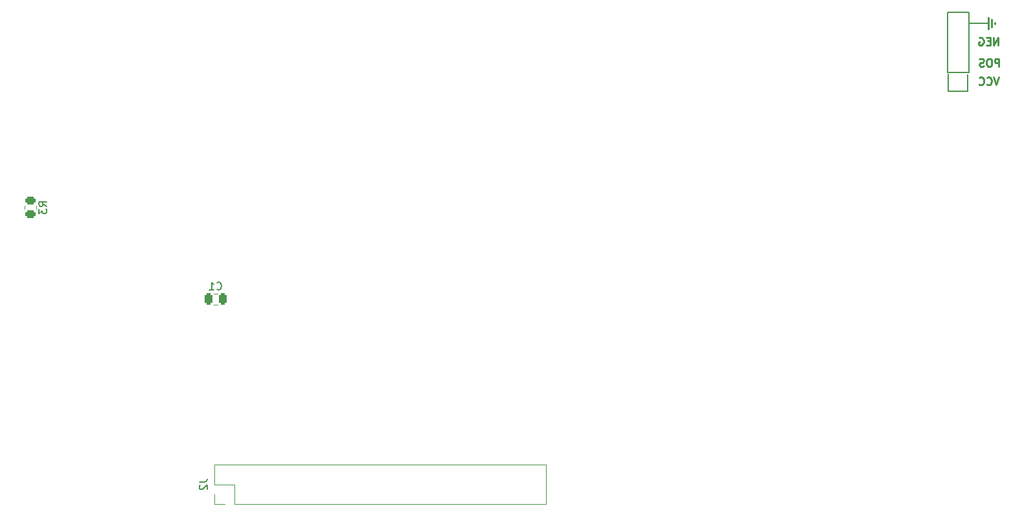
<source format=gbo>
G04 #@! TF.GenerationSoftware,KiCad,Pcbnew,(6.0.2)*
G04 #@! TF.CreationDate,2022-08-07T22:21:35-07:00*
G04 #@! TF.ProjectId,LightDrumInterface,4c696768-7444-4727-956d-496e74657266,rev?*
G04 #@! TF.SameCoordinates,Original*
G04 #@! TF.FileFunction,Legend,Bot*
G04 #@! TF.FilePolarity,Positive*
%FSLAX46Y46*%
G04 Gerber Fmt 4.6, Leading zero omitted, Abs format (unit mm)*
G04 Created by KiCad (PCBNEW (6.0.2)) date 2022-08-07 22:21:35*
%MOMM*%
%LPD*%
G01*
G04 APERTURE LIST*
G04 Aperture macros list*
%AMRoundRect*
0 Rectangle with rounded corners*
0 $1 Rounding radius*
0 $2 $3 $4 $5 $6 $7 $8 $9 X,Y pos of 4 corners*
0 Add a 4 corners polygon primitive as box body*
4,1,4,$2,$3,$4,$5,$6,$7,$8,$9,$2,$3,0*
0 Add four circle primitives for the rounded corners*
1,1,$1+$1,$2,$3*
1,1,$1+$1,$4,$5*
1,1,$1+$1,$6,$7*
1,1,$1+$1,$8,$9*
0 Add four rect primitives between the rounded corners*
20,1,$1+$1,$2,$3,$4,$5,0*
20,1,$1+$1,$4,$5,$6,$7,0*
20,1,$1+$1,$6,$7,$8,$9,0*
20,1,$1+$1,$8,$9,$2,$3,0*%
G04 Aperture macros list end*
%ADD10C,0.150000*%
%ADD11C,0.250000*%
%ADD12C,0.200000*%
%ADD13C,0.120000*%
%ADD14C,2.200000*%
%ADD15C,5.000000*%
%ADD16R,2.032000X2.032000*%
%ADD17C,2.032000*%
%ADD18C,1.850000*%
%ADD19R,1.600000X1.600000*%
%ADD20O,1.600000X1.600000*%
%ADD21R,1.700000X1.700000*%
%ADD22O,1.700000X1.700000*%
%ADD23O,3.000000X2.700000*%
%ADD24C,1.800000*%
%ADD25C,3.000000*%
%ADD26R,1.800000X2.600000*%
%ADD27O,1.800000X2.600000*%
%ADD28RoundRect,0.250000X0.250000X0.475000X-0.250000X0.475000X-0.250000X-0.475000X0.250000X-0.475000X0*%
%ADD29RoundRect,0.250000X0.450000X-0.262500X0.450000X0.262500X-0.450000X0.262500X-0.450000X-0.262500X0*%
G04 APERTURE END LIST*
D10*
X162100000Y-53800000D02*
X162100000Y-46000000D01*
D11*
X167500000Y-47400000D02*
X167500000Y-48200000D01*
D10*
X164900000Y-46000000D02*
X164900000Y-53800000D01*
X162200000Y-56300000D02*
X162200000Y-54000000D01*
X164800000Y-54100000D02*
X164800000Y-56300000D01*
D12*
X165000000Y-47400000D02*
X167500000Y-47400000D01*
D11*
X167900000Y-47900000D02*
X167900000Y-46900000D01*
D10*
X164800000Y-56300000D02*
X162200000Y-56300000D01*
X162100000Y-46000000D02*
X164900000Y-46000000D01*
D11*
X167500000Y-47400000D02*
X167500000Y-46600000D01*
D10*
X164900000Y-53800000D02*
X162100000Y-53800000D01*
D11*
X168300000Y-47500000D02*
X168300000Y-47300000D01*
X168738095Y-50252380D02*
X168738095Y-49252380D01*
X168166666Y-50252380D01*
X168166666Y-49252380D01*
X167690476Y-49728571D02*
X167357142Y-49728571D01*
X167214285Y-50252380D02*
X167690476Y-50252380D01*
X167690476Y-49252380D01*
X167214285Y-49252380D01*
X166261904Y-49300000D02*
X166357142Y-49252380D01*
X166500000Y-49252380D01*
X166642857Y-49300000D01*
X166738095Y-49395238D01*
X166785714Y-49490476D01*
X166833333Y-49680952D01*
X166833333Y-49823809D01*
X166785714Y-50014285D01*
X166738095Y-50109523D01*
X166642857Y-50204761D01*
X166500000Y-50252380D01*
X166404761Y-50252380D01*
X166261904Y-50204761D01*
X166214285Y-50157142D01*
X166214285Y-49823809D01*
X166404761Y-49823809D01*
X168833333Y-54452380D02*
X168500000Y-55452380D01*
X168166666Y-54452380D01*
X167261904Y-55357142D02*
X167309523Y-55404761D01*
X167452380Y-55452380D01*
X167547619Y-55452380D01*
X167690476Y-55404761D01*
X167785714Y-55309523D01*
X167833333Y-55214285D01*
X167880952Y-55023809D01*
X167880952Y-54880952D01*
X167833333Y-54690476D01*
X167785714Y-54595238D01*
X167690476Y-54500000D01*
X167547619Y-54452380D01*
X167452380Y-54452380D01*
X167309523Y-54500000D01*
X167261904Y-54547619D01*
X166261904Y-55357142D02*
X166309523Y-55404761D01*
X166452380Y-55452380D01*
X166547619Y-55452380D01*
X166690476Y-55404761D01*
X166785714Y-55309523D01*
X166833333Y-55214285D01*
X166880952Y-55023809D01*
X166880952Y-54880952D01*
X166833333Y-54690476D01*
X166785714Y-54595238D01*
X166690476Y-54500000D01*
X166547619Y-54452380D01*
X166452380Y-54452380D01*
X166309523Y-54500000D01*
X166261904Y-54547619D01*
X168861904Y-53052380D02*
X168861904Y-52052380D01*
X168480952Y-52052380D01*
X168385714Y-52100000D01*
X168338095Y-52147619D01*
X168290476Y-52242857D01*
X168290476Y-52385714D01*
X168338095Y-52480952D01*
X168385714Y-52528571D01*
X168480952Y-52576190D01*
X168861904Y-52576190D01*
X167671428Y-52052380D02*
X167480952Y-52052380D01*
X167385714Y-52100000D01*
X167290476Y-52195238D01*
X167242857Y-52385714D01*
X167242857Y-52719047D01*
X167290476Y-52909523D01*
X167385714Y-53004761D01*
X167480952Y-53052380D01*
X167671428Y-53052380D01*
X167766666Y-53004761D01*
X167861904Y-52909523D01*
X167909523Y-52719047D01*
X167909523Y-52385714D01*
X167861904Y-52195238D01*
X167766666Y-52100000D01*
X167671428Y-52052380D01*
X166861904Y-53004761D02*
X166719047Y-53052380D01*
X166480952Y-53052380D01*
X166385714Y-53004761D01*
X166338095Y-52957142D01*
X166290476Y-52861904D01*
X166290476Y-52766666D01*
X166338095Y-52671428D01*
X166385714Y-52623809D01*
X166480952Y-52576190D01*
X166671428Y-52528571D01*
X166766666Y-52480952D01*
X166814285Y-52433333D01*
X166861904Y-52338095D01*
X166861904Y-52242857D01*
X166814285Y-52147619D01*
X166766666Y-52100000D01*
X166671428Y-52052380D01*
X166433333Y-52052380D01*
X166290476Y-52100000D01*
D10*
X66606666Y-82177142D02*
X66654285Y-82224761D01*
X66797142Y-82272380D01*
X66892380Y-82272380D01*
X67035238Y-82224761D01*
X67130476Y-82129523D01*
X67178095Y-82034285D01*
X67225714Y-81843809D01*
X67225714Y-81700952D01*
X67178095Y-81510476D01*
X67130476Y-81415238D01*
X67035238Y-81320000D01*
X66892380Y-81272380D01*
X66797142Y-81272380D01*
X66654285Y-81320000D01*
X66606666Y-81367619D01*
X65654285Y-82272380D02*
X66225714Y-82272380D01*
X65940000Y-82272380D02*
X65940000Y-81272380D01*
X66035238Y-81415238D01*
X66130476Y-81510476D01*
X66225714Y-81558095D01*
X44352380Y-71333333D02*
X43876190Y-71000000D01*
X44352380Y-70761904D02*
X43352380Y-70761904D01*
X43352380Y-71142857D01*
X43400000Y-71238095D01*
X43447619Y-71285714D01*
X43542857Y-71333333D01*
X43685714Y-71333333D01*
X43780952Y-71285714D01*
X43828571Y-71238095D01*
X43876190Y-71142857D01*
X43876190Y-70761904D01*
X43352380Y-71666666D02*
X43352380Y-72285714D01*
X43733333Y-71952380D01*
X43733333Y-72095238D01*
X43780952Y-72190476D01*
X43828571Y-72238095D01*
X43923809Y-72285714D01*
X44161904Y-72285714D01*
X44257142Y-72238095D01*
X44304761Y-72190476D01*
X44352380Y-72095238D01*
X44352380Y-71809523D01*
X44304761Y-71714285D01*
X44257142Y-71666666D01*
X64322380Y-107396666D02*
X65036666Y-107396666D01*
X65179523Y-107349047D01*
X65274761Y-107253809D01*
X65322380Y-107110952D01*
X65322380Y-107015714D01*
X64417619Y-107825238D02*
X64370000Y-107872857D01*
X64322380Y-107968095D01*
X64322380Y-108206190D01*
X64370000Y-108301428D01*
X64417619Y-108349047D01*
X64512857Y-108396666D01*
X64608095Y-108396666D01*
X64750952Y-108349047D01*
X65322380Y-107777619D01*
X65322380Y-108396666D01*
D13*
X66701252Y-82765000D02*
X66178748Y-82765000D01*
X66701252Y-84235000D02*
X66178748Y-84235000D01*
X41515000Y-71727064D02*
X41515000Y-71272936D01*
X42985000Y-71727064D02*
X42985000Y-71272936D01*
X68910000Y-107730000D02*
X68910000Y-110330000D01*
X66310000Y-105130000D02*
X109610000Y-105130000D01*
X66310000Y-107730000D02*
X68910000Y-107730000D01*
X66310000Y-105130000D02*
X66310000Y-107730000D01*
X68910000Y-110330000D02*
X109610000Y-110330000D01*
X109610000Y-105130000D02*
X109610000Y-110330000D01*
X66310000Y-109000000D02*
X66310000Y-110330000D01*
X66310000Y-110330000D02*
X67640000Y-110330000D01*
%LPC*%
D14*
X150940000Y-40500000D03*
X158440000Y-40500000D03*
X165940000Y-40500000D03*
X153440000Y-43000000D03*
X163440000Y-43000000D03*
X155940000Y-31000000D03*
X160940000Y-31000000D03*
D15*
X33940000Y-90000000D03*
X33940000Y-50000000D03*
D16*
X46237500Y-80677500D03*
D17*
X46237500Y-83217500D03*
X46237500Y-85757500D03*
X46237500Y-88297500D03*
X46237500Y-90837500D03*
X46237500Y-93377500D03*
X46237500Y-95917500D03*
X46237500Y-98457500D03*
X46237500Y-100997500D03*
X46237500Y-103537500D03*
X53857500Y-103537500D03*
X53857500Y-100997500D03*
X53857500Y-98457500D03*
X53857500Y-95917500D03*
X53857500Y-93377500D03*
X53857500Y-90837500D03*
X53857500Y-88297500D03*
X53857500Y-85757500D03*
X53857500Y-83217500D03*
X53857500Y-80677500D03*
D18*
X89440000Y-96500000D03*
X94440000Y-96500000D03*
X89440000Y-101500000D03*
X94440000Y-101500000D03*
X89040000Y-99000000D03*
X94840000Y-99000000D03*
X110440000Y-85500000D03*
X115440000Y-85500000D03*
X110440000Y-90500000D03*
X115440000Y-90500000D03*
X110040000Y-88000000D03*
X115840000Y-88000000D03*
X100440000Y-75500000D03*
X105440000Y-75500000D03*
X100440000Y-80500000D03*
X105440000Y-80500000D03*
X100040000Y-78000000D03*
X105840000Y-78000000D03*
D19*
X155740000Y-48775000D03*
D20*
X155740000Y-46235000D03*
X148120000Y-46235000D03*
X148120000Y-48775000D03*
D21*
X63650000Y-78250000D03*
D22*
X66190000Y-78250000D03*
X68730000Y-78250000D03*
D15*
X173940000Y-90000000D03*
D18*
X100440000Y-95500000D03*
X105440000Y-95500000D03*
X100440000Y-100500000D03*
X105440000Y-100500000D03*
X100040000Y-98000000D03*
X105840000Y-98000000D03*
D15*
X173940000Y-50000000D03*
D21*
X163500000Y-55000000D03*
D22*
X163500000Y-52460000D03*
X163500000Y-49920000D03*
X163500000Y-47380000D03*
D18*
X90440000Y-85500000D03*
X95440000Y-85500000D03*
X90440000Y-90500000D03*
X95440000Y-90500000D03*
X90040000Y-88000000D03*
X95840000Y-88000000D03*
D23*
X35250000Y-82550000D03*
X35250000Y-71950000D03*
D24*
X42250000Y-79750000D03*
X42250000Y-77250000D03*
X42250000Y-74750000D03*
D18*
X100440000Y-85500000D03*
X105440000Y-85500000D03*
X100440000Y-90500000D03*
X105440000Y-90500000D03*
X100040000Y-88000000D03*
X105840000Y-88000000D03*
D25*
X61440900Y-36642500D03*
X136440000Y-36642500D03*
X136439480Y-67643200D03*
X61440900Y-67643200D03*
D26*
X66940000Y-36642500D03*
D27*
X69480000Y-36642500D03*
X72020000Y-36642500D03*
X74560000Y-36642500D03*
X77100000Y-36642500D03*
X79640000Y-36642500D03*
X82180000Y-36642500D03*
X84720000Y-36642500D03*
X87260000Y-36642500D03*
X89800000Y-36642500D03*
X92340000Y-36642500D03*
X94880000Y-36642500D03*
X97420000Y-36642500D03*
X99960000Y-36642500D03*
X102500000Y-36642500D03*
X105040000Y-36642500D03*
D23*
X35250000Y-68050000D03*
X35250000Y-57450000D03*
D24*
X42250000Y-65250000D03*
X42250000Y-62750000D03*
X42250000Y-60250000D03*
D28*
X67390000Y-83500000D03*
X65490000Y-83500000D03*
D29*
X42250000Y-72412500D03*
X42250000Y-70587500D03*
D21*
X67640000Y-109000000D03*
D22*
X67640000Y-106460000D03*
X70180000Y-109000000D03*
X70180000Y-106460000D03*
X72720000Y-109000000D03*
X72720000Y-106460000D03*
X75260000Y-109000000D03*
X75260000Y-106460000D03*
X77800000Y-109000000D03*
X77800000Y-106460000D03*
X80340000Y-109000000D03*
X80340000Y-106460000D03*
X82880000Y-109000000D03*
X82880000Y-106460000D03*
X85420000Y-109000000D03*
X85420000Y-106460000D03*
X87960000Y-109000000D03*
X87960000Y-106460000D03*
X90500000Y-109000000D03*
X90500000Y-106460000D03*
X93040000Y-109000000D03*
X93040000Y-106460000D03*
X95580000Y-109000000D03*
X95580000Y-106460000D03*
X98120000Y-109000000D03*
X98120000Y-106460000D03*
X100660000Y-109000000D03*
X100660000Y-106460000D03*
X103200000Y-109000000D03*
X103200000Y-106460000D03*
X105740000Y-109000000D03*
X105740000Y-106460000D03*
X108280000Y-109000000D03*
X108280000Y-106460000D03*
M02*

</source>
